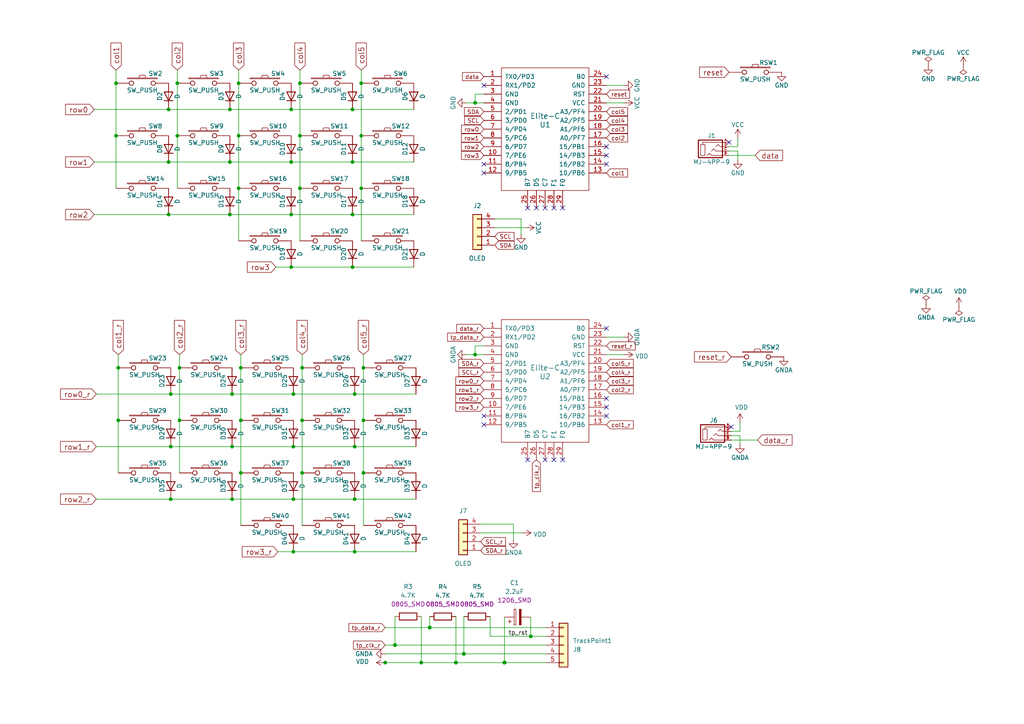
<source format=kicad_sch>
(kicad_sch (version 20211123) (generator eeschema)
  (paper "A4")
  (title_block (title "Corne Light") (date "2020-10-13") (rev "2.0") (company "foostan"))
  (lib_symbols
    (symbol "Connector_Generic:Conn_01x04" (pin_names (offset 1.016) hide)
      (property "Reference" "J" (at 0 5.08 0))
      (property "Value" "Conn_01x04" (at 0 -7.62 0))
      (symbol "Conn_01x04_1_1"
        (rectangle (start -1.27 -4.953) (end 0 -5.207) (stroke (width 0.1524)))
        (rectangle (start -1.27 -2.413) (end 0 -2.667) (stroke (width 0.1524)))
        (rectangle (start -1.27 0.127) (end 0 -0.127) (stroke (width 0.1524)))
        (rectangle (start -1.27 2.667) (end 0 2.413) (stroke (width 0.1524)))
        (rectangle (start -1.27 3.81) (end 1.27 -6.35) (stroke (width 0.254)) (fill (type background)))
        (pin passive line (at -5.08 2.54 0) (length 3.81) (name "Pin_1") (number "1"))
        (pin passive line (at -5.08 0 0) (length 3.81) (name "Pin_2") (number "2"))
        (pin passive line (at -5.08 -2.54 0) (length 3.81) (name "Pin_3") (number "3"))
        (pin passive line (at -5.08 -5.08 0) (length 3.81) (name "Pin_4") (number "4"))
      )
    )
    (symbol "Connector_Generic:Conn_01x05" (pin_names (offset 1.016) hide)
      (property "Reference" "J" (at 0 7.62 0))
      (property "Value" "Conn_01x05" (at 0 -7.62 0))
      (symbol "Conn_01x05_1_1"
        (rectangle (start -1.27 -4.953) (end 0 -5.207) (stroke (width 0.1524)))
        (rectangle (start -1.27 -2.413) (end 0 -2.667) (stroke (width 0.1524)))
        (rectangle (start -1.27 0.127) (end 0 -0.127) (stroke (width 0.1524)))
        (rectangle (start -1.27 2.667) (end 0 2.413) (stroke (width 0.1524)))
        (rectangle (start -1.27 5.207) (end 0 4.953) (stroke (width 0.1524)))
        (rectangle (start -1.27 6.35) (end 1.27 -6.35) (stroke (width 0.254)) (fill (type background)))
        (pin passive line (at -5.08 5.08 0) (length 3.81) (name "Pin_1") (number "1"))
        (pin passive line (at -5.08 2.54 0) (length 3.81) (name "Pin_2") (number "2"))
        (pin passive line (at -5.08 0 0) (length 3.81) (name "Pin_3") (number "3"))
        (pin passive line (at -5.08 -2.54 0) (length 3.81) (name "Pin_4") (number "4"))
        (pin passive line (at -5.08 -5.08 0) (length 3.81) (name "Pin_5") (number "5"))
      )
    )
    (symbol "Device:C_Polarized" (pin_numbers hide) (pin_names (offset 0.254))
      (property "Reference" "C" (at 0.635 2.54 0))
      (property "Value" "C_Polarized" (at 0.635 -2.54 0))
      (symbol "C_Polarized_0_1"
        (rectangle (start -2.286 0.508) (end 2.286 1.016))
        (polyline (pts (xy -1.778 2.286) (xy -0.762 2.286)))
        (polyline (pts (xy -1.27 2.794) (xy -1.27 1.778)))
        (rectangle (start 2.286 -0.508) (end -2.286 -1.016) (fill (type outline)))
      )
      (symbol "C_Polarized_1_1"
        (pin passive line (at 0 3.81 270) (length 2.794) (name "~") (number "1"))
        (pin passive line (at 0 -3.81 90) (length 2.794) (name "~") (number "2"))
      )
    )
    (symbol "Device:D" (pin_numbers hide) (pin_names (offset 1.016) hide)
      (property "Reference" "D" (at 0 2.54 0))
      (property "Value" "D" (at 0 -2.54 0))
      (symbol "D_0_1"
        (polyline (pts (xy -1.27 1.27) (xy -1.27 -1.27)) (stroke (width 0.254)))
        (polyline (pts (xy 1.27 0) (xy -1.27 0)))
        (polyline (pts (xy 1.27 1.27) (xy 1.27 -1.27) (xy -1.27 0) (xy 1.27 1.27)) (stroke (width 0.254)))
      )
      (symbol "D_1_1"
        (pin passive line (at -3.81 0 0) (length 2.54) (name "K") (number "1"))
        (pin passive line (at 3.81 0 180) (length 2.54) (name "A") (number "2"))
      )
    )
    (symbol "Device:R" (pin_numbers hide) (pin_names (offset 0))
      (property "Reference" "R" (at 2.032 0 90))
      (property "Value" "R" (at 0 0 90))
      (symbol "R_0_1"
        (rectangle (start -1.016 -2.54) (end 1.016 2.54) (stroke (width 0.254)))
      )
      (symbol "R_1_1"
        (pin passive line (at 0 3.81 270) (length 1.27) (name "~") (number "1"))
        (pin passive line (at 0 -3.81 90) (length 1.27) (name "~") (number "2"))
      )
    )
    (symbol "kbd:MJ-4PP-9" (pin_names (offset 1.016))
      (property "Reference" "J" (at 0 3.81 0))
      (property "Value" "MJ-4PP-9" (at 0 -3.81 0))
      (symbol "MJ-4PP-9_0_1"
        (rectangle (start -1.905 -1.905) (end -3.175 1.27))
        (polyline (pts (xy -2.54 1.27) (xy -2.54 1.905) (xy 3.175 1.905)))
        (polyline (pts (xy -1.27 -1.905) (xy -0.635 -1.27) (xy 0 -1.905) (xy 3.175 -1.905)))
        (polyline (pts (xy 0 -0.635) (xy 0.635 0) (xy 1.27 -0.635) (xy 3.175 -0.635)))
        (polyline (pts (xy 1.27 0.635) (xy 1.905 1.27) (xy 2.54 0.635) (xy 3.175 0.635)))
        (rectangle (start 3.175 2.54) (end -3.81 -2.54) (stroke (width 0.3048)))
      )
      (symbol "MJ-4PP-9_1_1"
        (pin input line (at 5.08 1.905 180) (length 2.0066) (name "~") (number "A"))
        (pin input line (at 5.08 -1.905 180) (length 2.0066) (name "~") (number "B"))
        (pin input line (at 5.08 -0.635 180) (length 2.0066) (name "~") (number "C"))
        (pin input line (at 5.08 0.635 180) (length 2.0066) (name "~") (number "D"))
      )
    )
    (symbol "kbd:SW_PUSH" (pin_numbers hide) (pin_names (offset 1.016) hide)
      (property "Reference" "SW" (at 3.81 2.794 0))
      (property "Value" "SW_PUSH" (at 0 -2.032 0))
      (symbol "SW_PUSH_0_1"
        (rectangle (start -4.318 1.27) (end 4.318 1.524))
        (polyline (pts (xy -1.016 1.524) (xy -0.762 2.286) (xy 0.762 2.286) (xy 1.016 1.524)))
        (pin passive inverted (at -7.62 0 0) (length 5.08) (name "1") (number "1"))
        (pin passive inverted (at 7.62 0 180) (length 5.08) (name "2") (number "2"))
      )
    )
    (symbol "keebio:Elite-C" (pin_names (offset 1.016))
      (property "Reference" "U" (at 0 0 0))
      (property "Value" "Elite-C" (at 0 2.54 0))
      (symbol "Elite-C_0_1"
        (rectangle (start 12.7 -19.05) (end -12.7 16.51))
      )
      (symbol "Elite-C_1_1"
        (pin input line (at -17.78 13.97 0) (length 5.08) (name "TX0/PD3") (number "1"))
        (pin input line (at -17.78 -8.89 0) (length 5.08) (name "7/PE6") (number "10"))
        (pin input line (at -17.78 -11.43 0) (length 5.08) (name "8/PB4") (number "11"))
        (pin input line (at -17.78 -13.97 0) (length 5.08) (name "9/PB5") (number "12"))
        (pin input line (at 17.78 -13.97 180) (length 5.08) (name "10/PB6") (number "13"))
        (pin input line (at 17.78 -11.43 180) (length 5.08) (name "16/PB2") (number "14"))
        (pin input line (at 17.78 -8.89 180) (length 5.08) (name "14/PB3") (number "15"))
        (pin input line (at 17.78 -6.35 180) (length 5.08) (name "15/PB1") (number "16"))
        (pin input line (at 17.78 -3.81 180) (length 5.08) (name "A0/PF7") (number "17"))
        (pin input line (at 17.78 -1.27 180) (length 5.08) (name "A1/PF6") (number "18"))
        (pin input line (at 17.78 1.27 180) (length 5.08) (name "A2/PF5") (number "19"))
        (pin input line (at -17.78 11.43 0) (length 5.08) (name "RX1/PD2") (number "2"))
        (pin input line (at 17.78 3.81 180) (length 5.08) (name "A3/PF4") (number "20"))
        (pin input line (at 17.78 6.35 180) (length 5.08) (name "VCC") (number "21"))
        (pin input line (at 17.78 8.89 180) (length 5.08) (name "RST") (number "22"))
        (pin input line (at 17.78 11.43 180) (length 5.08) (name "GND") (number "23"))
        (pin input line (at 17.78 13.97 180) (length 5.08) (name "B0") (number "24"))
        (pin input line (at -5.08 -24.13 90) (length 5.08) (name "B7") (number "25"))
        (pin input line (at -2.54 -24.13 90) (length 5.08) (name "D5") (number "26"))
        (pin input line (at 0 -24.13 90) (length 5.08) (name "C7") (number "27"))
        (pin input line (at 2.54 -24.13 90) (length 5.08) (name "F1") (number "28"))
        (pin input line (at 5.08 -24.13 90) (length 5.08) (name "F0") (number "29"))
        (pin input line (at -17.78 8.89 0) (length 5.08) (name "GND") (number "3"))
        (pin input line (at -17.78 6.35 0) (length 5.08) (name "GND") (number "4"))
        (pin input line (at -17.78 3.81 0) (length 5.08) (name "2/PD1") (number "5"))
        (pin input line (at -17.78 1.27 0) (length 5.08) (name "3/PD0") (number "6"))
        (pin input line (at -17.78 -1.27 0) (length 5.08) (name "4/PD4") (number "7"))
        (pin input line (at -17.78 -3.81 0) (length 5.08) (name "5/PC6") (number "8"))
        (pin input line (at -17.78 -6.35 0) (length 5.08) (name "6/PD7") (number "9"))
      )
    )
    (symbol "power:GND" (power) (pin_names (offset 0))
      (property "Value" "GND" (at 0 -3.81 0))
      (symbol "GND_0_1"
        (polyline (pts (xy 0 0) (xy 0 -1.27) (xy 1.27 -1.27) (xy 0 -2.54) (xy -1.27 -1.27) (xy 0 -1.27)))
      )
      (symbol "GND_1_1"
        (pin power_in line (at 0 0 270) (length 0) hide (name "GND") (number "1"))
      )
    )
    (symbol "power:GNDA" (power) (pin_names (offset 0))
      (property "Value" "GNDA" (at 0 -3.81 0))
      (symbol "GNDA_0_1"
        (polyline (pts (xy 0 0) (xy 0 -1.27) (xy 1.27 -1.27) (xy 0 -2.54) (xy -1.27 -1.27) (xy 0 -1.27)))
      )
      (symbol "GNDA_1_1"
        (pin power_in line (at 0 0 270) (length 0) hide (name "GNDA") (number "1"))
      )
    )
    (symbol "power:PWR_FLAG" (power) (pin_numbers hide) (pin_names (offset 0) hide)
      (property "Value" "PWR_FLAG" (at 0 3.81 0))
      (symbol "PWR_FLAG_0_0"
        (pin power_out line (at 0 0 90) (length 0) (name "pwr") (number "1"))
      )
      (symbol "PWR_FLAG_0_1"
        (polyline (pts (xy 0 0) (xy 0 1.27) (xy -1.016 1.905) (xy 0 2.54) (xy 1.016 1.905) (xy 0 1.27)))
      )
    )
    (symbol "power:VCC" (power) (pin_names (offset 0))
      (property "Value" "VCC" (at 0 3.81 0))
      (symbol "VCC_0_1"
        (polyline (pts (xy -0.762 1.27) (xy 0 2.54)))
        (polyline (pts (xy 0 0) (xy 0 2.54)))
        (polyline (pts (xy 0 2.54) (xy 0.762 1.27)))
      )
      (symbol "VCC_1_1"
        (pin power_in line (at 0 0 90) (length 0) hide (name "VCC") (number "1"))
      )
    )
    (symbol "power:VDD" (power) (pin_names (offset 0))
      (property "Value" "VDD" (at 0 3.81 0))
      (symbol "VDD_0_1"
        (polyline (pts (xy -0.762 1.27) (xy 0 2.54)))
        (polyline (pts (xy 0 0) (xy 0 2.54)))
        (polyline (pts (xy 0 2.54) (xy 0.762 1.27)))
      )
      (symbol "VDD_1_1"
        (pin power_in line (at 0 0 90) (length 0) hide (name "VDD") (number "1"))
      )
    )
  )
  (junction (at 102.87 144.78))
  (junction (at 87.63 121.92))
  (junction (at 124.6223 182.0175))
  (junction (at 102.87 114.3))
  (junction (at 102.235 31.75))
  (junction (at 67.31 129.54))
  (junction (at 66.675 31.75))
  (junction (at 86.995 24.13))
  (junction (at 137.795 29.845))
  (junction (at 66.675 46.99))
  (junction (at 33.655 24.13))
  (junction (at 52.07 121.92))
  (junction (at 153.9449 184.5476))
  (junction (at 146.3249 192.1727))
  (junction (at 69.85 106.68))
  (junction (at 48.895 46.99))
  (junction (at 146.3249 192.1964))
  (junction (at 66.675 62.23))
  (junction (at 48.895 31.75))
  (junction (at 153.9449 184.5655))
  (junction (at 105.41 121.92))
  (junction (at 51.435 24.13))
  (junction (at 34.29 106.68))
  (junction (at 69.85 121.92))
  (junction (at 132.2423 192.1914))
  (junction (at 111.7259 192.1896))
  (junction (at 67.31 144.78))
  (junction (at 84.455 77.47))
  (junction (at 87.63 106.68))
  (junction (at 69.215 54.61))
  (junction (at 114.5647 187.1096))
  (junction (at 48.895 62.23))
  (junction (at 86.995 54.61))
  (junction (at 49.53 114.3))
  (junction (at 134.5377 189.6496))
  (junction (at 105.41 137.16))
  (junction (at 52.07 106.68))
  (junction (at 102.235 46.99))
  (junction (at 34.29 121.92))
  (junction (at 49.53 144.78))
  (junction (at 84.455 31.75))
  (junction (at 87.63 137.16))
  (junction (at 114.5647 187.0864))
  (junction (at 102.87 160.02))
  (junction (at 124.6223 182.0296))
  (junction (at 84.455 46.99))
  (junction (at 84.455 62.23))
  (junction (at 122.1847 192.1914))
  (junction (at 104.775 39.37))
  (junction (at 85.09 144.78))
  (junction (at 69.85 137.16))
  (junction (at 102.235 77.47))
  (junction (at 33.655 39.37))
  (junction (at 102.87 129.54))
  (junction (at 134.5377 189.6483))
  (junction (at 102.235 62.23))
  (junction (at 69.215 24.13))
  (junction (at 146.3249 192.1896))
  (junction (at 137.795 102.87))
  (junction (at 49.53 129.54))
  (junction (at 86.995 39.37))
  (junction (at 104.775 54.61))
  (junction (at 132.2423 192.1964))
  (junction (at 85.09 114.3))
  (junction (at 69.215 39.37))
  (junction (at 67.31 114.3))
  (junction (at 105.41 106.68))
  (junction (at 104.775 24.13))
  (junction (at 85.09 160.02))
  (junction (at 85.09 129.54))
  (junction (at 51.435 39.37))
  (no_connect (at 175.895 118.11))
  (no_connect (at 211.455 41.275))
  (no_connect (at 6.35 -20.955))
  (no_connect (at 175.895 115.57))
  (no_connect (at 140.335 123.19))
  (no_connect (at 160.655 133.35))
  (no_connect (at 160.655 60.325))
  (no_connect (at 175.895 95.25))
  (no_connect (at 158.115 133.35))
  (no_connect (at 212.09 123.825))
  (no_connect (at 175.895 42.545))
  (no_connect (at 140.335 47.625))
  (no_connect (at 140.335 120.65))
  (no_connect (at 175.895 120.65))
  (no_connect (at 140.335 50.165))
  (no_connect (at 153.035 133.35))
  (no_connect (at 158.115 60.325))
  (no_connect (at 175.895 47.625))
  (no_connect (at 140.335 24.765))
  (no_connect (at 163.195 60.325))
  (no_connect (at 155.575 60.325))
  (no_connect (at 153.035 60.325))
  (no_connect (at 163.195 133.35))
  (no_connect (at 175.895 22.225))
  (no_connect (at 175.895 45.085))
  (wire (pts (xy 105.41 121.92) (xy 105.41 137.16)))
  (wire (pts (xy 134.5377 178.8232) (xy 134.5377 189.6483)))
  (wire (pts (xy 104.775 20.32) (xy 104.775 24.13)))
  (wire (pts (xy 85.09 114.3) (xy 102.87 114.3)))
  (wire (pts (xy 153.9449 184.5696) (xy 153.9449 184.5655)))
  (wire (pts (xy 80.01 77.47) (xy 84.455 77.47)))
  (wire (pts (xy 102.87 129.54) (xy 120.65 129.54)))
  (wire (pts (xy 104.775 54.61) (xy 104.775 69.85)))
  (wire (pts (xy 148.926 152.0194) (xy 148.926 156.4644)))
  (wire (pts (xy 66.675 31.75) (xy 84.455 31.75)))
  (wire (pts (xy 175.895 29.845) (xy 180.975 29.845)))
  (wire (pts (xy 137.795 29.845) (xy 140.335 29.845)))
  (wire (pts (xy 84.455 46.99) (xy 102.235 46.99)))
  (wire (pts (xy 102.87 144.78) (xy 120.65 144.78)))
  (wire (pts (xy 137.795 27.305) (xy 137.795 29.845)))
  (wire (pts (xy 111.7259 187.1096) (xy 114.5647 187.1096)))
  (wire (pts (xy 69.215 54.61) (xy 69.215 69.85)))
  (wire (pts (xy 214.63 126.365) (xy 214.63 128.905)))
  (wire (pts (xy 27.94 144.78) (xy 49.53 144.78)))
  (wire (pts (xy 69.85 106.68) (xy 69.85 121.92)))
  (wire (pts (xy 102.235 62.23) (xy 120.015 62.23)))
  (wire (pts (xy 140.335 100.33) (xy 137.795 100.33)))
  (wire (pts (xy 69.215 39.37) (xy 69.215 54.61)))
  (wire (pts (xy 104.775 24.13) (xy 104.775 39.37)))
  (wire (pts (xy 146.3249 178.9826) (xy 146.3249 192.1727)))
  (wire (pts (xy 175.895 24.765) (xy 180.975 24.765)))
  (wire (pts (xy 49.53 144.78) (xy 67.31 144.78)))
  (wire (pts (xy 211.455 45.085) (xy 219.075 45.085)))
  (wire (pts (xy 69.85 102.87) (xy 69.85 106.68)))
  (wire (pts (xy 135.255 102.87) (xy 137.795 102.87)))
  (wire (pts (xy 33.655 20.32) (xy 33.655 24.13)))
  (wire (pts (xy 80.645 160.02) (xy 85.09 160.02)))
  (wire (pts (xy 139.401 154.5594) (xy 151.466 154.5594)))
  (wire (pts (xy 111.7259 189.6496) (xy 134.5377 189.6496)))
  (wire (pts (xy 66.675 46.99) (xy 84.455 46.99)))
  (wire (pts (xy 66.675 62.23) (xy 84.455 62.23)))
  (wire (pts (xy 105.41 137.16) (xy 105.41 152.4)))
  (wire (pts (xy 86.995 54.61) (xy 86.995 69.85)))
  (wire (pts (xy 69.85 137.16) (xy 69.85 152.4)))
  (wire (pts (xy 132.2423 178.8232) (xy 132.2423 192.1914)))
  (wire (pts (xy 69.85 121.92) (xy 69.85 137.16)))
  (wire (pts (xy 158.3688 184.5696) (xy 153.9449 184.5696)))
  (wire (pts (xy 124.6223 178.8232) (xy 124.6223 182.0175)))
  (wire (pts (xy 111.7259 192.1914) (xy 122.1847 192.1914)))
  (wire (pts (xy 151.13 63.5) (xy 143.51 63.5)))
  (wire (pts (xy 52.07 102.87) (xy 52.07 106.68)))
  (wire (pts (xy 27.305 31.75) (xy 48.895 31.75)))
  (wire (pts (xy 48.895 62.23) (xy 66.675 62.23)))
  (wire (pts (xy 49.53 129.54) (xy 67.31 129.54)))
  (wire (pts (xy 86.995 20.32) (xy 86.995 24.13)))
  (wire (pts (xy 153.9449 184.5476) (xy 153.9449 184.5655)))
  (wire (pts (xy 102.87 160.02) (xy 120.65 160.02)))
  (wire (pts (xy 27.94 129.54) (xy 49.53 129.54)))
  (wire (pts (xy 67.31 129.54) (xy 85.09 129.54)))
  (wire (pts (xy 212.09 125.095) (xy 214.63 125.095)))
  (wire (pts (xy 139.401 152.0194) (xy 148.926 152.0194)))
  (wire (pts (xy 51.435 20.32) (xy 51.435 24.13)))
  (wire (pts (xy 102.235 46.99) (xy 120.015 46.99)))
  (wire (pts (xy 122.1847 192.1914) (xy 132.2423 192.1914)))
  (wire (pts (xy 102.87 114.3) (xy 120.65 114.3)))
  (wire (pts (xy 27.305 62.23) (xy 48.895 62.23)))
  (wire (pts (xy 69.215 20.32) (xy 69.215 24.13)))
  (wire (pts (xy 87.63 137.16) (xy 87.63 152.4)))
  (wire (pts (xy 111.7259 192.1896) (xy 111.7259 192.1914)))
  (wire (pts (xy 111.7259 189.6496) (xy 111.7259 189.6483)))
  (wire (pts (xy 140.335 27.305) (xy 137.795 27.305)))
  (wire (pts (xy 85.09 160.02) (xy 102.87 160.02)))
  (wire (pts (xy 34.29 121.92) (xy 34.29 137.16)))
  (wire (pts (xy 122.1847 178.8048) (xy 122.1847 192.1914)))
  (wire (pts (xy 146.3249 192.1896) (xy 146.3249 192.1964)))
  (wire (pts (xy 49.53 114.3) (xy 67.31 114.3)))
  (wire (pts (xy 105.41 102.87) (xy 105.41 106.68)))
  (wire (pts (xy 137.795 100.33) (xy 137.795 102.87)))
  (wire (pts (xy 124.6223 182.0296) (xy 158.3688 182.0296)))
  (wire (pts (xy 146.3249 192.1727) (xy 146.3249 192.1896)))
  (wire (pts (xy 102.235 77.47) (xy 120.015 77.47)))
  (wire (pts (xy 51.435 39.37) (xy 51.435 54.61)))
  (wire (pts (xy 134.5377 189.6496) (xy 134.5377 189.6483)))
  (wire (pts (xy 158.3688 187.1096) (xy 114.5647 187.1096)))
  (wire (pts (xy 34.29 106.68) (xy 34.29 121.92)))
  (wire (pts (xy 84.455 31.75) (xy 102.235 31.75)))
  (wire (pts (xy 87.63 102.87) (xy 87.63 106.68)))
  (wire (pts (xy 105.41 106.68) (xy 105.41 121.92)))
  (wire (pts (xy 153.9449 178.9826) (xy 153.9449 184.5476)))
  (wire (pts (xy 158.3688 189.6496) (xy 134.5377 189.6496)))
  (wire (pts (xy 48.895 31.75) (xy 66.675 31.75)))
  (wire (pts (xy 211.455 42.545) (xy 213.995 42.545)))
  (wire (pts (xy 85.09 129.54) (xy 102.87 129.54)))
  (wire (pts (xy 85.09 144.78) (xy 102.87 144.78)))
  (wire (pts (xy 33.655 39.37) (xy 33.655 54.61)))
  (wire (pts (xy 33.655 24.13) (xy 33.655 39.37)))
  (wire (pts (xy 132.2423 192.1914) (xy 132.2423 192.1964)))
  (wire (pts (xy 67.31 144.78) (xy 85.09 144.78)))
  (wire (pts (xy 27.94 114.3) (xy 49.53 114.3)))
  (wire (pts (xy 158.3688 192.1896) (xy 146.3249 192.1896)))
  (wire (pts (xy 84.455 62.23) (xy 102.235 62.23)))
  (wire (pts (xy 87.63 106.68) (xy 87.63 121.92)))
  (wire (pts (xy 151.13 67.945) (xy 151.13 63.5)))
  (wire (pts (xy 213.995 43.815) (xy 213.995 46.355)))
  (wire (pts (xy 48.895 46.99) (xy 66.675 46.99)))
  (wire (pts (xy 212.09 126.365) (xy 214.63 126.365)))
  (wire (pts (xy 143.51 66.04) (xy 152.4 66.04)))
  (wire (pts (xy 51.435 24.13) (xy 51.435 39.37)))
  (wire (pts (xy 111.7259 192.1896) (xy 111.7259 192.1883)))
  (wire (pts (xy 52.07 121.92) (xy 52.07 137.16)))
  (wire (pts (xy 87.63 121.92) (xy 87.63 137.16)))
  (wire (pts (xy 175.895 102.87) (xy 180.975 102.87)))
  (wire (pts (xy 142.1577 184.5476) (xy 153.9449 184.5476)))
  (wire (pts (xy 212.09 127.635) (xy 219.71 127.635)))
  (wire (pts (xy 111.7259 182.0296) (xy 124.6223 182.0296)))
  (wire (pts (xy 27.305 46.99) (xy 48.895 46.99)))
  (wire (pts (xy 104.775 39.37) (xy 104.775 54.61)))
  (wire (pts (xy 102.235 31.75) (xy 120.015 31.75)))
  (wire (pts (xy 135.255 29.845) (xy 137.795 29.845)))
  (wire (pts (xy 114.5647 178.8048) (xy 114.5647 187.0864)))
  (wire (pts (xy 86.995 39.37) (xy 86.995 54.61)))
  (wire (pts (xy 67.31 114.3) (xy 85.09 114.3)))
  (wire (pts (xy 34.29 102.87) (xy 34.29 106.68)))
  (wire (pts (xy 213.995 42.545) (xy 213.995 40.005)))
  (wire (pts (xy 211.455 43.815) (xy 213.995 43.815)))
  (wire (pts (xy 137.795 102.87) (xy 140.335 102.87)))
  (wire (pts (xy 84.455 77.47) (xy 102.235 77.47)))
  (wire (pts (xy 132.2423 192.1964) (xy 146.3249 192.1964)))
  (wire (pts (xy 175.895 97.79) (xy 180.975 97.79)))
  (wire (pts (xy 142.1577 178.8232) (xy 142.1577 184.5476)))
  (wire (pts (xy 86.995 24.13) (xy 86.995 39.37)))
  (wire (pts (xy 214.63 125.095) (xy 214.63 122.555)))
  (wire (pts (xy 69.215 24.13) (xy 69.215 39.37)))
  (wire (pts (xy 114.5647 187.1096) (xy 114.5647 187.0864)))
  (wire (pts (xy 52.07 106.68) (xy 52.07 121.92)))
  (wire (pts (xy 124.6223 182.0175) (xy 124.6223 182.0296)))
  (label "tp_rst" (at 147.4697 184.5476 0))
  (global_label "reset_r" (shape input) (at 175.895 100.33 0) (effects (font (size 1.1938 1.1938))) (property "Intersheet References" "${INTERSHEET_REFS}" (effects hide)))
  (global_label "col3_r" (shape input) (at 175.895 110.49 0) (effects (font (size 1.1938 1.1938))) (property "Intersheet References" "${INTERSHEET_REFS}" (effects hide)))
  (global_label "SDA_r" (shape input) (at 139.401 159.6394 0) (effects (font (size 1.1938 1.1938))) (property "Intersheet References" "${INTERSHEET_REFS}" (effects hide)))
  (global_label "row0_r" (shape input) (at 140.335 110.49 180) (effects (font (size 1.1938 1.1938))) (property "Intersheet References" "${INTERSHEET_REFS}" (effects hide)))
  (global_label "data" (shape input) (at 140.335 22.225 180) (effects (font (size 1.1938 1.1938))) (property "Intersheet References" "${INTERSHEET_REFS}" (effects hide)))
  (global_label "data_r" (shape input) (at 140.335 95.25 180) (effects (font (size 1.1938 1.1938))) (property "Intersheet References" "${INTERSHEET_REFS}" (effects hide)))
  (global_label "SDA" (shape input) (at 140.335 32.385 180) (effects (font (size 1.1938 1.1938))) (property "Intersheet References" "${INTERSHEET_REFS}" (effects hide)))
  (global_label "col4_r" (shape input) (at 87.63 102.87 90) (effects (font (size 1.524 1.524))) (property "Intersheet References" "${INTERSHEET_REFS}" (effects hide)))
  (global_label "col4_r" (shape input) (at 175.895 107.95 0) (effects (font (size 1.1938 1.1938))) (property "Intersheet References" "${INTERSHEET_REFS}" (effects hide)))
  (global_label "SDA_r" (shape input) (at 140.335 105.41 180) (effects (font (size 1.1938 1.1938))) (property "Intersheet References" "${INTERSHEET_REFS}" (effects hide)))
  (global_label "row1_r" (shape input) (at 140.335 113.03 180) (effects (font (size 1.1938 1.1938))) (property "Intersheet References" "${INTERSHEET_REFS}" (effects hide)))
  (global_label "col2" (shape input) (at 175.895 40.005 0) (effects (font (size 1.1938 1.1938))) (property "Intersheet References" "${INTERSHEET_REFS}" (effects hide)))
  (global_label "SDA" (shape input) (at 143.51 71.12 0) (effects (font (size 1.1938 1.1938))) (property "Intersheet References" "${INTERSHEET_REFS}" (effects hide)))
  (global_label "row2" (shape input) (at 27.305 62.23 180) (effects (font (size 1.524 1.524))) (property "Intersheet References" "${INTERSHEET_REFS}" (effects hide)))
  (global_label "data" (shape input) (at 219.075 45.085 0) (effects (font (size 1.524 1.524))) (property "Intersheet References" "${INTERSHEET_REFS}" (effects hide)))
  (global_label "data_r" (shape input) (at 219.71 127.635 0) (effects (font (size 1.524 1.524))) (property "Intersheet References" "${INTERSHEET_REFS}" (effects hide)))
  (global_label "col1" (shape input) (at 33.655 20.32 90) (effects (font (size 1.524 1.524))) (property "Intersheet References" "${INTERSHEET_REFS}" (effects hide)))
  (global_label "tp_clk_r" (shape input) (at 111.7259 187.1096 180) (effects (font (size 1.1938 1.1938))) (property "Intersheet References" "${INTERSHEET_REFS}" (effects hide)))
  (global_label "SCL" (shape input) (at 143.51 68.58 0) (effects (font (size 1.1938 1.1938))) (property "Intersheet References" "${INTERSHEET_REFS}" (effects hide)))
  (global_label "reset_r" (shape input) (at 212.09 103.505 180) (effects (font (size 1.524 1.524))) (property "Intersheet References" "${INTERSHEET_REFS}" (effects hide)))
  (global_label "col5" (shape input) (at 104.775 20.32 90) (effects (font (size 1.524 1.524))) (property "Intersheet References" "${INTERSHEET_REFS}" (effects hide)))
  (global_label "SCL" (shape input) (at 140.335 34.925 180) (effects (font (size 1.1938 1.1938))) (property "Intersheet References" "${INTERSHEET_REFS}" (effects hide)))
  (global_label "col1_r" (shape input) (at 34.29 102.87 90) (effects (font (size 1.524 1.524))) (property "Intersheet References" "${INTERSHEET_REFS}" (effects hide)))
  (global_label "row3" (shape input) (at 80.01 77.47 180) (effects (font (size 1.524 1.524))) (property "Intersheet References" "${INTERSHEET_REFS}" (effects hide)))
  (global_label "col2_r" (shape input) (at 52.07 102.87 90) (effects (font (size 1.524 1.524))) (property "Intersheet References" "${INTERSHEET_REFS}" (effects hide)))
  (global_label "row2_r" (shape input) (at 27.94 144.78 180) (effects (font (size 1.524 1.524))) (property "Intersheet References" "${INTERSHEET_REFS}" (effects hide)))
  (global_label "tp_clk_r" (shape input) (at 155.575 133.35 270) (effects (font (size 1.1938 1.1938))) (property "Intersheet References" "${INTERSHEET_REFS}" (effects hide)))
  (global_label "col1_r" (shape input) (at 175.895 123.19 0) (effects (font (size 1.1938 1.1938))) (property "Intersheet References" "${INTERSHEET_REFS}" (effects hide)))
  (global_label "row0" (shape input) (at 140.335 37.465 180) (effects (font (size 1.1938 1.1938))) (property "Intersheet References" "${INTERSHEET_REFS}" (effects hide)))
  (global_label "row1" (shape input) (at 140.335 40.005 180) (effects (font (size 1.1938 1.1938))) (property "Intersheet References" "${INTERSHEET_REFS}" (effects hide)))
  (global_label "col2_r" (shape input) (at 175.895 113.03 0) (effects (font (size 1.1938 1.1938))) (property "Intersheet References" "${INTERSHEET_REFS}" (effects hide)))
  (global_label "SCL_r" (shape input) (at 140.335 107.95 180) (effects (font (size 1.1938 1.1938))) (property "Intersheet References" "${INTERSHEET_REFS}" (effects hide)))
  (global_label "row0" (shape input) (at 27.305 31.75 180) (effects (font (size 1.524 1.524))) (property "Intersheet References" "${INTERSHEET_REFS}" (effects hide)))
  (global_label "row2_r" (shape input) (at 140.335 115.57 180) (effects (font (size 1.1938 1.1938))) (property "Intersheet References" "${INTERSHEET_REFS}" (effects hide)))
  (global_label "col5_r" (shape input) (at 105.41 102.87 90) (effects (font (size 1.524 1.524))) (property "Intersheet References" "${INTERSHEET_REFS}" (effects hide)))
  (global_label "row3_r" (shape input) (at 140.335 118.11 180) (effects (font (size 1.1938 1.1938))) (property "Intersheet References" "${INTERSHEET_REFS}" (effects hide)))
  (global_label "col5" (shape input) (at 175.895 32.385 0) (effects (font (size 1.1938 1.1938))) (property "Intersheet References" "${INTERSHEET_REFS}" (effects hide)))
  (global_label "col1" (shape input) (at 175.895 50.165 0) (effects (font (size 1.1938 1.1938))) (property "Intersheet References" "${INTERSHEET_REFS}" (effects hide)))
  (global_label "reset" (shape input) (at 211.455 20.955 180) (effects (font (size 1.524 1.524))) (property "Intersheet References" "${INTERSHEET_REFS}" (effects hide)))
  (global_label "col2" (shape input) (at 51.435 20.32 90) (effects (font (size 1.524 1.524))) (property "Intersheet References" "${INTERSHEET_REFS}" (effects hide)))
  (global_label "row3" (shape input) (at 140.335 45.085 180) (effects (font (size 1.1938 1.1938))) (property "Intersheet References" "${INTERSHEET_REFS}" (effects hide)))
  (global_label "row1_r" (shape input) (at 27.94 129.54 180) (effects (font (size 1.524 1.524))) (property "Intersheet References" "${INTERSHEET_REFS}" (effects hide)))
  (global_label "col4" (shape input) (at 86.995 20.32 90) (effects (font (size 1.524 1.524))) (property "Intersheet References" "${INTERSHEET_REFS}" (effects hide)))
  (global_label "col5_r" (shape input) (at 175.895 105.41 0) (effects (font (size 1.1938 1.1938))) (property "Intersheet References" "${INTERSHEET_REFS}" (effects hide)))
  (global_label "SCL_r" (shape input) (at 139.401 157.0994 0) (effects (font (size 1.1938 1.1938))) (property "Intersheet References" "${INTERSHEET_REFS}" (effects hide)))
  (global_label "col4" (shape input) (at 175.895 34.925 0) (effects (font (size 1.1938 1.1938))) (property "Intersheet References" "${INTERSHEET_REFS}" (effects hide)))
  (global_label "col3" (shape input) (at 69.215 20.32 90) (effects (font (size 1.524 1.524))) (property "Intersheet References" "${INTERSHEET_REFS}" (effects hide)))
  (global_label "row1" (shape input) (at 27.305 46.99 180) (effects (font (size 1.524 1.524))) (property "Intersheet References" "${INTERSHEET_REFS}" (effects hide)))
  (global_label "col3" (shape input) (at 175.895 37.465 0) (effects (font (size 1.1938 1.1938))) (property "Intersheet References" "${INTERSHEET_REFS}" (effects hide)))
  (global_label "row3_r" (shape input) (at 80.645 160.02 180) (effects (font (size 1.524 1.524))) (property "Intersheet References" "${INTERSHEET_REFS}" (effects hide)))
  (global_label "tp_data_r" (shape input) (at 140.335 97.79 180) (effects (font (size 1.1938 1.1938))) (property "Intersheet References" "${INTERSHEET_REFS}" (effects hide)))
  (global_label "reset" (shape input) (at 175.895 27.305 0) (effects (font (size 1.1938 1.1938))) (property "Intersheet References" "${INTERSHEET_REFS}" (effects hide)))
  (global_label "row0_r" (shape input) (at 27.94 114.3 180) (effects (font (size 1.524 1.524))) (property "Intersheet References" "${INTERSHEET_REFS}" (effects hide)))
  (global_label "col3_r" (shape input) (at 69.85 102.87 90) (effects (font (size 1.524 1.524))) (property "Intersheet References" "${INTERSHEET_REFS}" (effects hide)))
  (global_label "tp_data_r" (shape input) (at 111.7259 182.0296 180) (effects (font (size 1.1938 1.1938))) (property "Intersheet References" "${INTERSHEET_REFS}" (effects hide)))
  (global_label "row2" (shape input) (at 140.335 42.545 180) (effects (font (size 1.1938 1.1938))) (property "Intersheet References" "${INTERSHEET_REFS}" (effects hide)))
  (symbol (lib_id "keebio:Elite-C") (at 158.115 36.195 0) (unit 1)
    (property "Reference" "U1" (at 158.115 36.195 0) (effects (font (size 1.524 1.524))))
    (property "Value" "Elite-C" (at 158.115 33.655 0) (effects (font (size 1.524 1.524))))
    (property "Footprint" "keebio-parts:Elite-C" (effects hide))
  )
  (symbol (lib_id "kbd:SW_PUSH") (at 41.275 24.13 0) (unit 1)
    (property "Reference" "SW2" (at 45.085 21.336 0))
    (property "Value" "SW_PUSH" (at 41.275 26.162 0))
    (property "Footprint" "kbd:Kailh_PG1232" (effects hide))
  )
  (symbol (lib_id "Device:D") (at 48.895 27.94 90) (unit 1)
    (property "Reference" "D2" (at 46.355 27.94 0))
    (property "Value" "D" (at 51.435 27.94 0))
    (property "Footprint" "kbd:D3_TH" (effects hide))
  )
  (symbol (lib_id "kbd:SW_PUSH") (at 59.055 24.13 0) (unit 1)
    (property "Reference" "SW3" (at 62.865 21.336 0))
    (property "Value" "SW_PUSH" (at 59.055 26.162 0))
    (property "Footprint" "kbd:Kailh_PG1232" (effects hide))
  )
  (symbol (lib_id "Device:D") (at 66.675 27.94 90) (unit 1)
    (property "Reference" "D3" (at 64.135 27.94 0))
    (property "Value" "D" (at 69.215 27.94 0))
    (property "Footprint" "kbd:D3_TH" (effects hide))
  )
  (symbol (lib_id "kbd:SW_PUSH") (at 76.835 24.13 0) (unit 1)
    (property "Reference" "SW4" (at 80.645 21.336 0))
    (property "Value" "SW_PUSH" (at 76.835 26.162 0))
    (property "Footprint" "kbd:Kailh_PG1232" (effects hide))
  )
  (symbol (lib_id "kbd:SW_PUSH") (at 94.615 24.13 0) (unit 1)
    (property "Reference" "SW5" (at 98.425 21.336 0))
    (property "Value" "SW_PUSH" (at 94.615 26.162 0))
    (property "Footprint" "kbd:Kailh_PG1232" (effects hide))
  )
  (symbol (lib_id "kbd:SW_PUSH") (at 112.395 24.13 0) (unit 1)
    (property "Reference" "SW6" (at 116.205 21.336 0))
    (property "Value" "SW_PUSH" (at 112.395 26.162 0))
    (property "Footprint" "kbd:Kailh_PG1232" (effects hide))
  )
  (symbol (lib_id "Device:D") (at 84.455 27.94 90) (unit 1)
    (property "Reference" "D4" (at 81.915 27.94 0))
    (property "Value" "D" (at 86.995 27.94 0))
    (property "Footprint" "kbd:D3_TH" (effects hide))
  )
  (symbol (lib_id "Device:D") (at 102.235 27.94 90) (unit 1)
    (property "Reference" "D5" (at 99.695 27.94 0))
    (property "Value" "D" (at 104.775 27.94 0))
    (property "Footprint" "kbd:D3_TH" (effects hide))
  )
  (symbol (lib_id "Device:D") (at 120.015 27.94 90) (unit 1)
    (property "Reference" "D6" (at 117.475 27.94 0))
    (property "Value" "D" (at 122.555 27.94 0))
    (property "Footprint" "kbd:D3_TH" (effects hide))
  )
  (symbol (lib_id "kbd:SW_PUSH") (at 41.275 39.37 0) (unit 1)
    (property "Reference" "SW8" (at 45.085 36.576 0))
    (property "Value" "SW_PUSH" (at 41.275 41.402 0))
    (property "Footprint" "kbd:Kailh_PG1232" (effects hide))
  )
  (symbol (lib_id "Device:D") (at 48.895 43.18 90) (unit 1)
    (property "Reference" "D8" (at 46.355 43.18 0))
    (property "Value" "D" (at 51.435 43.18 0))
    (property "Footprint" "kbd:D3_TH" (effects hide))
  )
  (symbol (lib_id "kbd:SW_PUSH") (at 59.055 39.37 0) (unit 1)
    (property "Reference" "SW9" (at 62.865 36.576 0))
    (property "Value" "SW_PUSH" (at 59.055 41.402 0))
    (property "Footprint" "kbd:Kailh_PG1232" (effects hide))
  )
  (symbol (lib_id "Device:D") (at 66.675 43.18 90) (unit 1)
    (property "Reference" "D9" (at 64.135 43.18 0))
    (property "Value" "D" (at 69.215 43.18 0))
    (property "Footprint" "kbd:D3_TH" (effects hide))
  )
  (symbol (lib_id "kbd:SW_PUSH") (at 76.835 39.37 0) (unit 1)
    (property "Reference" "SW10" (at 80.645 36.576 0))
    (property "Value" "SW_PUSH" (at 76.835 41.402 0))
    (property "Footprint" "kbd:Kailh_PG1232" (effects hide))
  )
  (symbol (lib_id "kbd:SW_PUSH") (at 94.615 39.37 0) (unit 1)
    (property "Reference" "SW11" (at 98.425 36.576 0))
    (property "Value" "SW_PUSH" (at 94.615 41.402 0))
    (property "Footprint" "kbd:Kailh_PG1232" (effects hide))
  )
  (symbol (lib_id "kbd:SW_PUSH") (at 112.395 39.37 0) (unit 1)
    (property "Reference" "SW12" (at 116.205 36.576 0))
    (property "Value" "SW_PUSH" (at 112.395 41.402 0))
    (property "Footprint" "kbd:Kailh_PG1232" (effects hide))
  )
  (symbol (lib_id "Device:D") (at 84.455 43.18 90) (unit 1)
    (property "Reference" "D10" (at 81.915 43.18 0))
    (property "Value" "D" (at 86.995 43.18 0))
    (property "Footprint" "kbd:D3_TH" (effects hide))
  )
  (symbol (lib_id "Device:D") (at 102.235 43.18 90) (unit 1)
    (property "Reference" "D11" (at 99.695 43.18 0))
    (property "Value" "D" (at 104.775 43.18 0))
    (property "Footprint" "kbd:D3_TH" (effects hide))
  )
  (symbol (lib_id "Device:D") (at 120.015 43.18 90) (unit 1)
    (property "Reference" "D12" (at 117.475 43.18 0))
    (property "Value" "D" (at 122.555 43.18 0))
    (property "Footprint" "kbd:D3_TH" (effects hide))
  )
  (symbol (lib_id "kbd:SW_PUSH") (at 41.275 54.61 0) (unit 1)
    (property "Reference" "SW14" (at 45.085 51.816 0))
    (property "Value" "SW_PUSH" (at 41.275 56.642 0))
    (property "Footprint" "kbd:Kailh_PG1232" (effects hide))
  )
  (symbol (lib_id "Device:D") (at 48.895 58.42 90) (unit 1)
    (property "Reference" "D14" (at 46.355 58.42 0))
    (property "Value" "D" (at 51.435 58.42 0))
    (property "Footprint" "kbd:D3_TH" (effects hide))
  )
  (symbol (lib_id "kbd:SW_PUSH") (at 59.055 54.61 0) (unit 1)
    (property "Reference" "SW15" (at 62.865 51.816 0))
    (property "Value" "SW_PUSH" (at 59.055 56.642 0))
    (property "Footprint" "kbd:Kailh_PG1232" (effects hide))
  )
  (symbol (lib_id "Device:D") (at 66.675 58.42 90) (unit 1)
    (property "Reference" "D15" (at 64.135 58.42 0))
    (property "Value" "D" (at 69.215 58.42 0))
    (property "Footprint" "kbd:D3_TH" (effects hide))
  )
  (symbol (lib_id "kbd:SW_PUSH") (at 76.835 54.61 0) (unit 1)
    (property "Reference" "SW16" (at 80.645 51.816 0))
    (property "Value" "SW_PUSH" (at 76.835 56.642 0))
    (property "Footprint" "kbd:Kailh_PG1232" (effects hide))
  )
  (symbol (lib_id "kbd:SW_PUSH") (at 94.615 54.61 0) (unit 1)
    (property "Reference" "SW17" (at 98.425 51.816 0))
    (property "Value" "SW_PUSH" (at 94.615 56.642 0))
    (property "Footprint" "kbd:Kailh_PG1232" (effects hide))
  )
  (symbol (lib_id "kbd:SW_PUSH") (at 112.395 54.61 0) (unit 1)
    (property "Reference" "SW18" (at 116.205 51.816 0))
    (property "Value" "SW_PUSH" (at 112.395 56.642 0))
    (property "Footprint" "kbd:Kailh_PG1232" (effects hide))
  )
  (symbol (lib_id "Device:D") (at 84.455 58.42 90) (unit 1)
    (property "Reference" "D16" (at 81.915 58.42 0))
    (property "Value" "D" (at 86.995 58.42 0))
    (property "Footprint" "kbd:D3_TH" (effects hide))
  )
  (symbol (lib_id "Device:D") (at 102.235 58.42 90) (unit 1)
    (property "Reference" "D17" (at 99.695 58.42 0))
    (property "Value" "D" (at 104.775 58.42 0))
    (property "Footprint" "kbd:D3_TH" (effects hide))
  )
  (symbol (lib_id "Device:D") (at 120.015 58.42 90) (unit 1)
    (property "Reference" "D18" (at 117.475 58.42 0))
    (property "Value" "D" (at 122.555 58.42 0))
    (property "Footprint" "kbd:D3_TH" (effects hide))
  )
  (symbol (lib_id "kbd:SW_PUSH") (at 94.615 69.85 0) (unit 1)
    (property "Reference" "SW20" (at 98.425 67.056 0))
    (property "Value" "SW_PUSH" (at 94.615 71.882 0))
    (property "Footprint" "kbd:Kailh_PG1232" (effects hide))
  )
  (symbol (lib_id "Device:D") (at 102.235 73.66 90) (unit 1)
    (property "Reference" "D20" (at 99.695 73.66 0))
    (property "Value" "D" (at 104.775 73.66 0))
    (property "Footprint" "kbd:D3_TH" (effects hide))
  )
  (symbol (lib_id "kbd:SW_PUSH") (at 112.395 69.85 0) (unit 1)
    (property "Reference" "SW21" (at 116.205 67.056 0))
    (property "Value" "SW_PUSH" (at 112.395 71.882 0))
    (property "Footprint" "kbd:Kailh_PG1232" (effects hide))
  )
  (symbol (lib_id "Device:D") (at 120.015 73.66 90) (unit 1)
    (property "Reference" "D21" (at 117.475 73.66 0))
    (property "Value" "D" (at 122.555 73.66 0))
    (property "Footprint" "kbd:D3_TH" (effects hide))
  )
  (symbol (lib_id "kbd:SW_PUSH") (at 76.835 69.85 0) (unit 1)
    (property "Reference" "SW19" (at 80.645 67.056 0))
    (property "Value" "SW_PUSH" (at 76.835 71.882 0))
    (property "Footprint" "kbd:Kailh_PG1232" (effects hide))
  )
  (symbol (lib_id "Device:D") (at 84.455 73.66 90) (unit 1)
    (property "Reference" "D19" (at 81.915 73.66 0))
    (property "Value" "D" (at 86.995 73.66 0))
    (property "Footprint" "kbd:D3_TH" (effects hide))
  )
  (symbol (lib_id "power:GND") (at 180.975 24.765 90) (unit 1)
    (property "Reference" "#PWR03" (effects hide))
    (property "Value" "GND" (at 184.785 24.765 0))
  )
  (symbol (lib_id "power:VCC") (at 180.975 29.845 270) (unit 1)
    (property "Reference" "#PWR05" (effects hide))
    (property "Value" "VCC" (at 184.785 29.845 0))
  )
  (symbol (lib_id "power:GND") (at 135.255 29.845 270) (unit 1)
    (property "Reference" "#PWR04" (effects hide))
    (property "Value" "GND" (at 131.445 29.845 0))
  )
  (symbol (lib_id "power:GND") (at 269.24 19.05 0) (unit 1)
    (property "Reference" "#PWR01" (effects hide))
    (property "Value" "GND" (at 269.24 22.86 0))
  )
  (symbol (lib_id "power:VCC") (at 279.4 19.05 0) (unit 1)
    (property "Reference" "#PWR02" (effects hide))
    (property "Value" "VCC" (at 279.4 15.24 0))
  )
  (symbol (lib_id "power:PWR_FLAG") (at 279.4 19.05 180) (unit 1)
    (property "Reference" "#FLG02" (effects hide))
    (property "Value" "PWR_FLAG" (at 279.4 22.86 0))
  )
  (symbol (lib_id "power:PWR_FLAG") (at 269.24 19.05 0) (unit 1)
    (property "Reference" "#FLG01" (effects hide))
    (property "Value" "PWR_FLAG" (at 269.24 15.24 0))
  )
  (symbol (lib_id "kbd:SW_PUSH") (at 219.075 20.955 0) (unit 1)
    (property "Reference" "RSW1" (at 222.885 18.161 0))
    (property "Value" "SW_PUSH" (at 219.075 22.987 0))
    (property "Footprint" "kbd:ResetSW_1side" (effects hide))
  )
  (symbol (lib_id "power:GND") (at 226.695 20.955 0) (unit 1)
    (property "Reference" "#PWR07" (effects hide))
    (property "Value" "GND" (at 226.695 24.765 0))
  )
  (symbol (lib_id "power:VCC") (at 213.995 40.005 0) (unit 1)
    (property "Reference" "#PWR06" (effects hide))
    (property "Value" "VCC" (at 213.995 36.195 0))
  )
  (symbol (lib_id "power:GND") (at 213.995 46.355 0) (unit 1)
    (property "Reference" "#PWR08" (effects hide))
    (property "Value" "GND" (at 213.995 50.165 0))
  )
  (symbol (lib_id "Connector_Generic:Conn_01x04") (at 138.43 68.58 180) (unit 1)
    (property "Reference" "J2" (at 138.43 59.69 0))
    (property "Value" "OLED" (at 138.43 74.93 0))
    (property "Footprint" "kbd:OLED_1side" (effects hide))
  )
  (symbol (lib_id "power:GND") (at 151.13 67.945 0) (unit 1)
    (property "Reference" "#PWR019" (effects hide))
    (property "Value" "GND" (at 151.13 71.755 0))
  )
  (symbol (lib_id "power:VCC") (at 152.4 66.04 270) (unit 1)
    (property "Reference" "#PWR018" (effects hide))
    (property "Value" "VCC" (at 156.21 66.04 0))
  )
  (symbol (lib_id "kbd:MJ-4PP-9") (at 206.375 43.18 0) (unit 1)
    (property "Reference" "J1" (at 206.375 39.37 0))
    (property "Value" "MJ-4PP-9" (at 206.375 46.99 0))
    (property "Footprint" "kbd:MJ-4PP-9_1side" (effects hide))
  )
  (symbol (lib_id "keebio:Elite-C") (at 158.115 109.22 0) (unit 1)
    (property "Reference" "U2" (at 158.115 109.22 0) (effects (font (size 1.524 1.524))))
    (property "Value" "Elite-C" (at 158.115 106.68 0) (effects (font (size 1.524 1.524))))
    (property "Footprint" "keebio-parts:Elite-C" (effects hide))
  )
  (symbol (lib_id "kbd:SW_PUSH") (at 41.91 106.68 0) (unit 1)
    (property "Reference" "SW23" (at 45.72 103.886 0))
    (property "Value" "SW_PUSH" (at 41.91 108.712 0))
    (property "Footprint" "kbd:Kailh_PG1232" (effects hide))
  )
  (symbol (lib_id "Device:D") (at 49.53 110.49 90) (unit 1)
    (property "Reference" "D23" (at 46.99 110.49 0))
    (property "Value" "D" (at 52.07 110.49 0))
    (property "Footprint" "kbd:D3_TH" (effects hide))
  )
  (symbol (lib_id "kbd:SW_PUSH") (at 59.69 106.68 0) (unit 1)
    (property "Reference" "SW24" (at 63.5 103.886 0))
    (property "Value" "SW_PUSH" (at 59.69 108.712 0))
    (property "Footprint" "kbd:Kailh_PG1232" (effects hide))
  )
  (symbol (lib_id "Device:D") (at 67.31 110.49 90) (unit 1)
    (property "Reference" "D24" (at 64.77 110.49 0))
    (property "Value" "D" (at 69.85 110.49 0))
    (property "Footprint" "kbd:D3_TH" (effects hide))
  )
  (symbol (lib_id "kbd:SW_PUSH") (at 77.47 106.68 0) (unit 1)
    (property "Reference" "SW25" (at 81.28 103.886 0))
    (property "Value" "SW_PUSH" (at 77.47 108.712 0))
    (property "Footprint" "kbd:Kailh_PG1232" (effects hide))
  )
  (symbol (lib_id "kbd:SW_PUSH") (at 95.25 106.68 0) (unit 1)
    (property "Reference" "SW26" (at 99.06 103.886 0))
    (property "Value" "SW_PUSH" (at 95.25 108.712 0))
    (property "Footprint" "kbd:Kailh_PG1232" (effects hide))
  )
  (symbol (lib_id "kbd:SW_PUSH") (at 113.03 106.68 0) (unit 1)
    (property "Reference" "SW27" (at 116.84 103.886 0))
    (property "Value" "SW_PUSH" (at 113.03 108.712 0))
    (property "Footprint" "kbd:Kailh_PG1232" (effects hide))
  )
  (symbol (lib_id "Device:D") (at 85.09 110.49 90) (unit 1)
    (property "Reference" "D25" (at 82.55 110.49 0))
    (property "Value" "D" (at 87.63 110.49 0))
    (property "Footprint" "kbd:D3_TH" (effects hide))
  )
  (symbol (lib_id "Device:D") (at 102.87 110.49 90) (unit 1)
    (property "Reference" "D26" (at 100.33 110.49 0))
    (property "Value" "D" (at 105.41 110.49 0))
    (property "Footprint" "kbd:D3_TH" (effects hide))
  )
  (symbol (lib_id "Device:D") (at 120.65 110.49 90) (unit 1)
    (property "Reference" "D27" (at 118.11 110.49 0))
    (property "Value" "D" (at 123.19 110.49 0))
    (property "Footprint" "kbd:D3_TH" (effects hide))
  )
  (symbol (lib_id "kbd:SW_PUSH") (at 41.91 121.92 0) (unit 1)
    (property "Reference" "SW29" (at 45.72 119.126 0))
    (property "Value" "SW_PUSH" (at 41.91 123.952 0))
    (property "Footprint" "kbd:Kailh_PG1232" (effects hide))
  )
  (symbol (lib_id "Device:D") (at 49.53 125.73 90) (unit 1)
    (property "Reference" "D29" (at 46.99 125.73 0))
    (property "Value" "D" (at 52.07 125.73 0))
    (property "Footprint" "kbd:D3_TH" (effects hide))
  )
  (symbol (lib_id "kbd:SW_PUSH") (at 59.69 121.92 0) (unit 1)
    (property "Reference" "SW30" (at 63.5 119.126 0))
    (property "Value" "SW_PUSH" (at 59.69 123.952 0))
    (property "Footprint" "kbd:Kailh_PG1232" (effects hide))
  )
  (symbol (lib_id "Device:D") (at 67.31 125.73 90) (unit 1)
    (property "Reference" "D30" (at 64.77 125.73 0))
    (property "Value" "D" (at 69.85 125.73 0))
    (property "Footprint" "kbd:D3_TH" (effects hide))
  )
  (symbol (lib_id "kbd:SW_PUSH") (at 77.47 121.92 0) (unit 1)
    (property "Reference" "SW31" (at 81.28 119.126 0))
    (property "Value" "SW_PUSH" (at 77.47 123.952 0))
    (property "Footprint" "kbd:Kailh_PG1232" (effects hide))
  )
  (symbol (lib_id "kbd:SW_PUSH") (at 95.25 121.92 0) (unit 1)
    (property "Reference" "SW32" (at 99.06 119.126 0))
    (property "Value" "SW_PUSH" (at 95.25 123.952 0))
    (property "Footprint" "kbd:Kailh_PG1232" (effects hide))
  )
  (symbol (lib_id "kbd:SW_PUSH") (at 113.03 121.92 0) (unit 1)
    (property "Reference" "SW33" (at 116.84 119.126 0))
    (property "Value" "SW_PUSH" (at 113.03 123.952 0))
    (property "Footprint" "kbd:Kailh_PG1232" (effects hide))
  )
  (symbol (lib_id "Device:D") (at 85.09 125.73 90) (unit 1)
    (property "Reference" "D31" (at 82.55 125.73 0))
    (property "Value" "D" (at 87.63 125.73 0))
    (property "Footprint" "kbd:D3_TH" (effects hide))
  )
  (symbol (lib_id "Device:D") (at 102.87 125.73 90) (unit 1)
    (property "Reference" "D32" (at 100.33 125.73 0))
    (property "Value" "D" (at 105.41 125.73 0))
    (property "Footprint" "kbd:D3_TH" (effects hide))
  )
  (symbol (lib_id "Device:D") (at 120.65 125.73 90) (unit 1)
    (property "Reference" "D33" (at 118.11 125.73 0))
    (property "Value" "D" (at 123.19 125.73 0))
    (property "Footprint" "kbd:D3_TH" (effects hide))
  )
  (symbol (lib_id "kbd:SW_PUSH") (at 41.91 137.16 0) (unit 1)
    (property "Reference" "SW35" (at 45.72 134.366 0))
    (property "Value" "SW_PUSH" (at 41.91 139.192 0))
    (property "Footprint" "kbd:Kailh_PG1232" (effects hide))
  )
  (symbol (lib_id "Device:D") (at 49.53 140.97 90) (unit 1)
    (property "Reference" "D35" (at 46.99 140.97 0))
    (property "Value" "D" (at 52.07 140.97 0))
    (property "Footprint" "kbd:D3_TH" (effects hide))
  )
  (symbol (lib_id "kbd:SW_PUSH") (at 59.69 137.16 0) (unit 1)
    (property "Reference" "SW36" (at 63.5 134.366 0))
    (property "Value" "SW_PUSH" (at 59.69 139.192 0))
    (property "Footprint" "kbd:Kailh_PG1232" (effects hide))
  )
  (symbol (lib_id "Device:D") (at 67.31 140.97 90) (unit 1)
    (property "Reference" "D36" (at 64.77 140.97 0))
    (property "Value" "D" (at 69.85 140.97 0))
    (property "Footprint" "kbd:D3_TH" (effects hide))
  )
  (symbol (lib_id "kbd:SW_PUSH") (at 77.47 137.16 0) (unit 1)
    (property "Reference" "SW37" (at 81.28 134.366 0))
    (property "Value" "SW_PUSH" (at 77.47 139.192 0))
    (property "Footprint" "kbd:Kailh_PG1232" (effects hide))
  )
  (symbol (lib_id "kbd:SW_PUSH") (at 95.25 137.16 0) (unit 1)
    (property "Reference" "SW38" (at 99.06 134.366 0))
    (property "Value" "SW_PUSH" (at 95.25 139.192 0))
    (property "Footprint" "kbd:Kailh_PG1232" (effects hide))
  )
  (symbol (lib_id "kbd:SW_PUSH") (at 113.03 137.16 0) (unit 1)
    (property "Reference" "SW39" (at 116.84 134.366 0))
    (property "Value" "SW_PUSH" (at 113.03 139.192 0))
    (property "Footprint" "kbd:Kailh_PG1232" (effects hide))
  )
  (symbol (lib_id "Device:D") (at 85.09 140.97 90) (unit 1)
    (property "Reference" "D37" (at 82.55 140.97 0))
    (property "Value" "D" (at 87.63 140.97 0))
    (property "Footprint" "kbd:D3_TH" (effects hide))
  )
  (symbol (lib_id "Device:D") (at 102.87 140.97 90) (unit 1)
    (property "Reference" "D38" (at 100.33 140.97 0))
    (property "Value" "D" (at 105.41 140.97 0))
    (property "Footprint" "kbd:D3_TH" (effects hide))
  )
  (symbol (lib_id "Device:D") (at 120.65 140.97 90) (unit 1)
    (property "Reference" "D39" (at 118.11 140.97 0))
    (property "Value" "D" (at 123.19 140.97 0))
    (property "Footprint" "kbd:D3_TH" (effects hide))
  )
  (symbol (lib_id "kbd:SW_PUSH") (at 95.25 152.4 0) (unit 1)
    (property "Reference" "SW41" (at 99.06 149.606 0))
    (property "Value" "SW_PUSH" (at 95.25 154.432 0))
    (property "Footprint" "kbd:Kailh_PG1232" (effects hide))
  )
  (symbol (lib_id "Device:D") (at 102.87 156.21 90) (unit 1)
    (property "Reference" "D41" (at 100.33 156.21 0))
    (property "Value" "D" (at 105.41 156.21 0))
    (property "Footprint" "kbd:D3_TH" (effects hide))
  )
  (symbol (lib_id "kbd:SW_PUSH") (at 113.03 152.4 0) (unit 1)
    (property "Reference" "SW42" (at 116.84 149.606 0))
    (property "Value" "SW_PUSH" (at 113.03 154.432 0))
    (property "Footprint" "kbd:Kailh_PG1232" (effects hide))
  )
  (symbol (lib_id "Device:D") (at 120.65 156.21 90) (unit 1)
    (property "Reference" "D42" (at 118.11 156.21 0))
    (property "Value" "D" (at 123.19 156.21 0))
    (property "Footprint" "kbd:D3_TH" (effects hide))
  )
  (symbol (lib_id "kbd:SW_PUSH") (at 77.47 152.4 0) (unit 1)
    (property "Reference" "SW40" (at 81.28 149.606 0))
    (property "Value" "SW_PUSH" (at 77.47 154.432 0))
    (property "Footprint" "kbd:Kailh_PG1232" (effects hide))
  )
  (symbol (lib_id "Device:D") (at 85.09 156.21 90) (unit 1)
    (property "Reference" "D40" (at 82.55 156.21 0))
    (property "Value" "D" (at 87.63 156.21 0))
    (property "Footprint" "kbd:D3_TH" (effects hide))
  )
  (symbol (lib_id "power:GNDA") (at 180.975 97.79 90) (unit 1)
    (property "Reference" "#PWR0101" (effects hide))
    (property "Value" "GNDA" (at 184.785 97.79 0))
  )
  (symbol (lib_id "power:GNDA") (at 135.255 102.87 270) (unit 1)
    (property "Reference" "#PWR0102" (effects hide))
    (property "Value" "GNDA" (at 131.445 102.87 0))
  )
  (symbol (lib_id "kbd:SW_PUSH") (at 219.71 103.505 0) (unit 1)
    (property "Reference" "RSW2" (at 223.52 100.711 0))
    (property "Value" "SW_PUSH" (at 219.71 105.537 0))
    (property "Footprint" "kbd:ResetSW_1side" (effects hide))
  )
  (symbol (lib_id "power:GNDA") (at 227.33 103.505 0) (unit 1)
    (property "Reference" "#PWR0103" (effects hide))
    (property "Value" "GNDA" (at 227.33 107.315 0))
  )
  (symbol (lib_id "power:GNDA") (at 214.63 128.905 0) (unit 1)
    (property "Reference" "#PWR0105" (effects hide))
    (property "Value" "GNDA" (at 214.63 132.715 0))
  )
  (symbol (lib_id "Connector_Generic:Conn_01x04") (at 134.321 157.0994 180) (unit 1)
    (property "Reference" "J7" (at 134.321 148.2094 0))
    (property "Value" "OLED" (at 134.321 163.4494 0))
    (property "Footprint" "kbd:OLED_1side" (effects hide))
  )
  (symbol (lib_id "power:GNDA") (at 148.926 156.4644 0) (unit 1)
    (property "Reference" "#PWR0106" (effects hide))
    (property "Value" "GNDA" (at 148.926 160.2744 0))
  )
  (symbol (lib_id "kbd:MJ-4PP-9") (at 207.01 125.73 0) (unit 1)
    (property "Reference" "J6" (at 207.01 121.92 0))
    (property "Value" "MJ-4PP-9" (at 207.01 129.54 0))
    (property "Footprint" "kbd:MJ-4PP-9_1side" (effects hide))
  )
  (symbol (lib_id "power:VDD") (at 180.975 102.87 270) (unit 1)
    (property "Reference" "#PWR0104" (effects hide))
    (property "Value" "VDD" (at 184.2262 103.3018 90) (effects (justify left)))
  )
  (symbol (lib_id "power:VDD") (at 151.466 154.5594 270) (unit 1)
    (property "Reference" "#PWR0107" (effects hide))
    (property "Value" "VDD" (at 154.7172 154.9912 90) (effects (justify left)))
  )
  (symbol (lib_id "power:VDD") (at 214.63 122.555 0) (unit 1)
    (property "Reference" "#PWR0113" (effects hide))
    (property "Value" "VDD" (at 215.0618 118.1608 0))
  )
  (symbol (lib_id "power:PWR_FLAG") (at 278.13 88.9 180) (unit 1)
    (property "Reference" "#FLG0101" (effects hide))
    (property "Value" "PWR_FLAG" (at 278.13 92.71 0))
  )
  (symbol (lib_id "power:VDD") (at 278.13 88.9 0) (unit 1)
    (property "Reference" "#PWR0115" (effects hide))
    (property "Value" "VDD" (at 278.5618 84.5058 0))
  )
  (symbol (lib_id "power:GNDA") (at 268.605 88.265 0) (unit 1)
    (property "Reference" "#PWR0108" (effects hide))
    (property "Value" "GNDA" (at 268.605 92.075 0))
  )
  (symbol (lib_id "power:PWR_FLAG") (at 268.605 88.265 0) (unit 1)
    (property "Reference" "#FLG0102" (effects hide))
    (property "Value" "PWR_FLAG" (at 268.605 84.455 0))
  )
  (symbol (lib_id "Connector_Generic:Conn_01x05") (at 163.4488 187.1096 0) (unit 1)
    (property "Reference" "TrackPoint1" (at 166.179 185.8395 0) (effects (justify left)))
    (property "Value" "J8" (at 166.179 188.3795 0) (effects (justify left)))
    (property "Footprint" "Connector_PinHeader_2.54mm:PinHeader_1x05_P2.54mm_Vertical" (effects hide))
  )
  (symbol (lib_id "power:VDD") (at 111.7259 192.1883 90) (unit 1)
    (property "Reference" "#PWR0109" (effects hide))
    (property "Value" "VDD" (at 105.1194 191.8985 90))
  )
  (symbol (lib_id "Device:R") (at 138.3477 178.8232 90) (unit 1)
    (property "Reference" "R5" (at 138.3477 170.18 90))
    (property "Value" "4.7K" (at 138.3477 172.72 90))
    (property "Footprint" "Resistor_SMD:R_0805_2012Metric" (effects hide))
    (property "Type" "0805_SMD" (at 138.3477 175.26 90))
  )
  (symbol (lib_id "Device:C_Polarized") (at 150.1349 178.9826 90) (unit 1)
    (property "Reference" "C1" (at 149.2459 169.0444 90))
    (property "Value" "2.2uF" (at 149.2459 171.5844 90))
    (property "Footprint" "Capacitor_SMD:C_1206_3216Metric" (effects hide))
    (property "Type" "1206_SMD" (at 149.2459 174.1244 90))
  )
  (symbol (lib_id "Device:R") (at 118.3747 178.8048 90) (unit 1)
    (property "Reference" "R3" (at 118.3747 170.1616 90))
    (property "Value" "4.7K" (at 118.3747 172.7016 90))
    (property "Footprint" "Resistor_SMD:R_0805_2012Metric" (effects hide))
    (property "Type" "0805_SMD" (at 118.3747 175.2416 90))
  )
  (symbol (lib_id "power:GNDA") (at 111.7259 189.6483 270) (unit 1)
    (property "Reference" "#PWR0110" (effects hide))
    (property "Value" "GNDA" (at 105.5831 189.6483 90))
  )
  (symbol (lib_id "Device:R") (at 128.4323 178.8232 90) (unit 1)
    (property "Reference" "R4" (at 128.4323 170.18 90))
    (property "Value" "4.7K" (at 128.4323 172.72 90))
    (property "Footprint" "Resistor_SMD:R_0805_2012Metric" (effects hide))
    (property "Type" "0805_SMD" (at 128.4323 175.26 90))
  )
)
</source>
